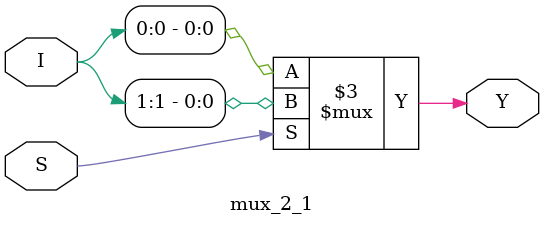
<source format=v>
`timescale 1ns/1ps
module mux_2_1(Y,I,S);
    output reg Y;
    input [1:0] I;
    input S;

    //assign Y=S?I[1]:I[0]; //data flow

    always@(*) //anytime I or S changes //behavioral 
        if(S)
            Y=I[1];
        else
            Y=I[0];


endmodule

</source>
